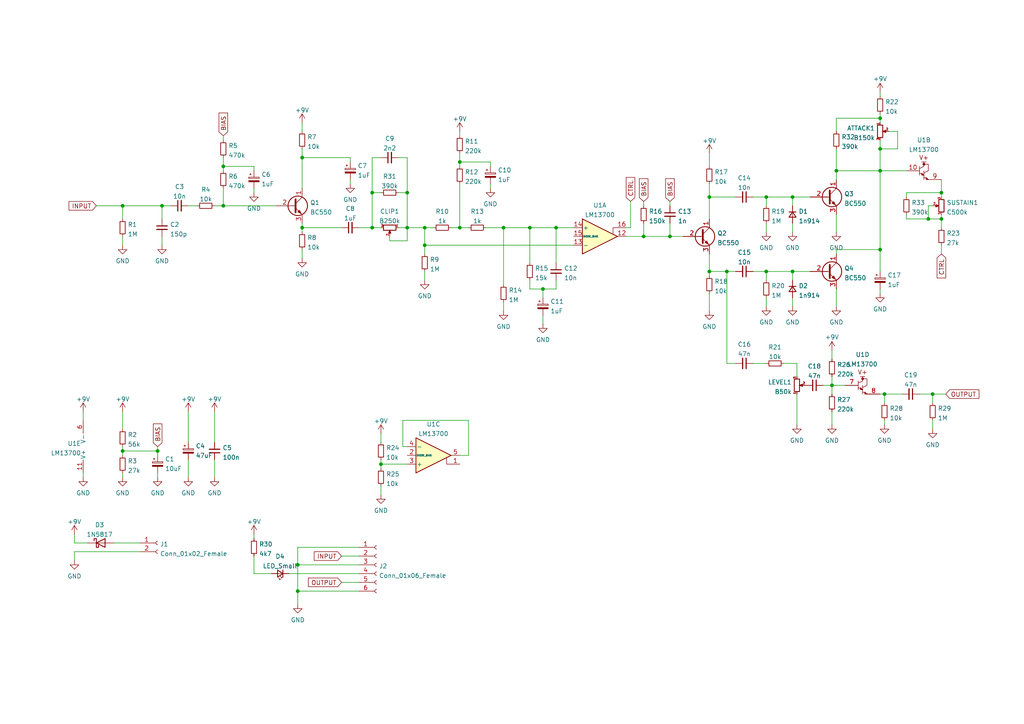
<source format=kicad_sch>
(kicad_sch (version 20211123) (generator eeschema)
  (paper "A4")
  (lib_symbols
    (symbol "Amplifier_Operational:LM13700" (pin_names (offset 0.127))
      (property "Reference" "U" (at 3.81 5.08 0))
      (property "Value" "LM13700" (at 5.08 -5.08 0))
      (symbol "LM13700_1_1"
        (polyline (pts (xy 3.81 -0.635) (xy 3.81 -2.54) (xy 5.08 -2.54)))
        (polyline (pts (xy 5.08 0) (xy -5.08 -5.08) (xy -5.08 5.08) (xy 5.08 0)) (stroke (width 0.254)) (fill (type background)))
        (pin output line (at 7.62 0 180) (length 2.54) (name "~") (number "12"))
        (pin input line (at -7.62 2.54 0) (length 2.54) (name "-") (number "13"))
        (pin input line (at -7.62 -2.54 0) (length 2.54) (name "+") (number "14"))
        (pin input line (at -7.62 0 0) (length 2.54) (name "DIODE_BIAS") (number "15"))
        (pin input line (at 7.62 -2.54 180) (length 2.54) (name "~") (number "16"))
      )
      (symbol "LM13700_2_0"
        (polyline (pts (xy -1.905 2.54) (xy -3.175 2.54)))
      )
      (symbol "LM13700_2_1"
        (circle (center -2.54 1.905) (radius 0.254) (stroke (width 0.254)) (fill (type outline)))
        (polyline (pts (xy -3.81 -0.635) (xy -2.54 -1.27)))
        (polyline (pts (xy -3.81 1.27) (xy -3.81 -1.27)))
        (polyline (pts (xy -2.54 -1.905) (xy -1.27 -2.54)))
        (polyline (pts (xy -2.54 0) (xy -2.54 -2.54)))
        (polyline (pts (xy -3.81 0.635) (xy -2.54 1.27) (xy -2.54 1.905) (xy -2.54 2.54)))
        (polyline (pts (xy -2.54 -1.27) (xy -3.175 -0.635) (xy -3.175 -1.27) (xy -2.54 -1.27)) (fill (type outline)))
        (polyline (pts (xy -2.54 -0.635) (xy -1.27 0) (xy -1.27 1.905) (xy -2.54 1.905)))
        (polyline (pts (xy -1.27 -2.54) (xy -1.905 -1.905) (xy -1.905 -2.54) (xy -1.27 -2.54)) (fill (type outline)))
        (text "V+" (at -2.54 3.81 0) (effects (font (size 1.27 1.27))))
        (pin input line (at -7.62 0 0) (length 3.81) (name "~") (number "10"))
        (pin output line (at 2.54 -2.54 180) (length 3.81) (name "~") (number "9"))
      )
      (symbol "LM13700_3_1"
        (polyline (pts (xy 3.81 -0.635) (xy 3.81 -2.54) (xy 5.08 -2.54)))
        (polyline (pts (xy 5.08 0) (xy -5.08 -5.08) (xy -5.08 5.08) (xy 5.08 0)) (stroke (width 0.254)) (fill (type background)))
        (pin input line (at 7.62 -2.54 180) (length 2.54) (name "~") (number "1"))
        (pin input line (at -7.62 0 0) (length 2.54) (name "DIODE_BIAS") (number "2"))
        (pin input line (at -7.62 -2.54 0) (length 2.54) (name "+") (number "3"))
        (pin input line (at -7.62 2.54 0) (length 2.54) (name "-") (number "4"))
        (pin output line (at 7.62 0 180) (length 2.54) (name "~") (number "5"))
      )
      (symbol "LM13700_4_0"
        (polyline (pts (xy -3.175 2.54) (xy -1.905 2.54)))
        (text "V+" (at -2.54 3.81 0) (effects (font (size 1.27 1.27))))
      )
      (symbol "LM13700_4_1"
        (circle (center -2.54 1.905) (radius 0.254) (stroke (width 0.254)) (fill (type outline)))
        (polyline (pts (xy -3.81 -0.635) (xy -2.54 -1.27)))
        (polyline (pts (xy -3.81 1.27) (xy -3.81 -1.27)))
        (polyline (pts (xy -2.54 -1.905) (xy -1.27 -2.54)))
        (polyline (pts (xy -2.54 0) (xy -2.54 -2.54)))
        (polyline (pts (xy -3.81 0.635) (xy -2.54 1.27) (xy -2.54 2.54)))
        (polyline (pts (xy -2.54 -1.27) (xy -3.175 -0.635) (xy -3.175 -1.27) (xy -2.54 -1.27)) (fill (type outline)))
        (polyline (pts (xy -2.54 -0.635) (xy -1.27 0) (xy -1.27 1.905) (xy -2.54 1.905)))
        (polyline (pts (xy -1.27 -2.54) (xy -1.905 -1.905) (xy -1.905 -2.54) (xy -1.27 -2.54)) (fill (type outline)))
        (pin input line (at -7.62 0 0) (length 3.81) (name "~") (number "7"))
        (pin output line (at 2.54 -2.54 180) (length 3.81) (name "~") (number "8"))
      )
      (symbol "LM13700_5_1"
        (pin power_in line (at -2.54 7.62 270) (length 3.81) (name "V+") (number "11"))
        (pin power_in line (at -2.54 -7.62 90) (length 3.81) (name "V-") (number "6"))
      )
    )
    (symbol "Connector:Conn_01x02_Female" (pin_names (offset 1.016) hide)
      (property "Reference" "J" (at 0 2.54 0))
      (property "Value" "Conn_01x02_Female" (at 0 -5.08 0))
      (symbol "Conn_01x02_Female_1_1"
        (arc (start 0 -2.032) (mid -0.508 -2.54) (end 0 -3.048) (stroke (width 0.1524)))
        (polyline (pts (xy -1.27 -2.54) (xy -0.508 -2.54)) (stroke (width 0.1524)))
        (polyline (pts (xy -1.27 0) (xy -0.508 0)) (stroke (width 0.1524)))
        (arc (start 0 0.508) (mid -0.508 0) (end 0 -0.508) (stroke (width 0.1524)))
        (pin passive line (at -5.08 0 0) (length 3.81) (name "Pin_1") (number "1"))
        (pin passive line (at -5.08 -2.54 0) (length 3.81) (name "Pin_2") (number "2"))
      )
    )
    (symbol "Connector:Conn_01x06_Female" (pin_names (offset 1.016) hide)
      (property "Reference" "J" (at 0 7.62 0))
      (property "Value" "Conn_01x06_Female" (at 0 -10.16 0))
      (symbol "Conn_01x06_Female_1_1"
        (arc (start 0 -7.112) (mid -0.508 -7.62) (end 0 -8.128) (stroke (width 0.1524)))
        (arc (start 0 -4.572) (mid -0.508 -5.08) (end 0 -5.588) (stroke (width 0.1524)))
        (arc (start 0 -2.032) (mid -0.508 -2.54) (end 0 -3.048) (stroke (width 0.1524)))
        (polyline (pts (xy -1.27 -7.62) (xy -0.508 -7.62)) (stroke (width 0.1524)))
        (polyline (pts (xy -1.27 -5.08) (xy -0.508 -5.08)) (stroke (width 0.1524)))
        (polyline (pts (xy -1.27 -2.54) (xy -0.508 -2.54)) (stroke (width 0.1524)))
        (polyline (pts (xy -1.27 0) (xy -0.508 0)) (stroke (width 0.1524)))
        (polyline (pts (xy -1.27 2.54) (xy -0.508 2.54)) (stroke (width 0.1524)))
        (polyline (pts (xy -1.27 5.08) (xy -0.508 5.08)) (stroke (width 0.1524)))
        (arc (start 0 0.508) (mid -0.508 0) (end 0 -0.508) (stroke (width 0.1524)))
        (arc (start 0 3.048) (mid -0.508 2.54) (end 0 2.032) (stroke (width 0.1524)))
        (arc (start 0 5.588) (mid -0.508 5.08) (end 0 4.572) (stroke (width 0.1524)))
        (pin passive line (at -5.08 5.08 0) (length 3.81) (name "Pin_1") (number "1"))
        (pin passive line (at -5.08 2.54 0) (length 3.81) (name "Pin_2") (number "2"))
        (pin passive line (at -5.08 0 0) (length 3.81) (name "Pin_3") (number "3"))
        (pin passive line (at -5.08 -2.54 0) (length 3.81) (name "Pin_4") (number "4"))
        (pin passive line (at -5.08 -5.08 0) (length 3.81) (name "Pin_5") (number "5"))
        (pin passive line (at -5.08 -7.62 0) (length 3.81) (name "Pin_6") (number "6"))
      )
    )
    (symbol "Device:CP_Small" (pin_numbers hide) (pin_names (offset 0.254) hide)
      (property "Reference" "C" (at 0.254 1.778 0))
      (property "Value" "CP_Small" (at 0.254 -2.032 0))
      (symbol "CP_Small_0_1"
        (rectangle (start -1.524 -0.3048) (end 1.524 -0.6858) (fill (type outline)))
        (rectangle (start -1.524 0.6858) (end 1.524 0.3048))
        (polyline (pts (xy -1.27 1.524) (xy -0.762 1.524)))
        (polyline (pts (xy -1.016 1.27) (xy -1.016 1.778)))
      )
      (symbol "CP_Small_1_1"
        (pin passive line (at 0 2.54 270) (length 1.8542) (name "~") (number "1"))
        (pin passive line (at 0 -2.54 90) (length 1.8542) (name "~") (number "2"))
      )
    )
    (symbol "Device:C_Small" (pin_numbers hide) (pin_names (offset 0.254) hide)
      (property "Reference" "C" (at 0.254 1.778 0))
      (property "Value" "C_Small" (at 0.254 -2.032 0))
      (symbol "C_Small_0_1"
        (polyline (pts (xy -1.524 -0.508) (xy 1.524 -0.508)) (stroke (width 0.3302)))
        (polyline (pts (xy -1.524 0.508) (xy 1.524 0.508)) (stroke (width 0.3048)))
      )
      (symbol "C_Small_1_1"
        (pin passive line (at 0 2.54 270) (length 2.032) (name "~") (number "1"))
        (pin passive line (at 0 -2.54 90) (length 2.032) (name "~") (number "2"))
      )
    )
    (symbol "Device:D_Small" (pin_numbers hide) (pin_names (offset 0.254) hide)
      (property "Reference" "D" (at -1.27 2.032 0))
      (property "Value" "D_Small" (at -3.81 -2.032 0))
      (symbol "D_Small_0_1"
        (polyline (pts (xy -0.762 -1.016) (xy -0.762 1.016)) (stroke (width 0.254)))
        (polyline (pts (xy -0.762 0) (xy 0.762 0)))
        (polyline (pts (xy 0.762 -1.016) (xy -0.762 0) (xy 0.762 1.016) (xy 0.762 -1.016)) (stroke (width 0.254)))
      )
      (symbol "D_Small_1_1"
        (pin passive line (at -2.54 0 0) (length 1.778) (name "K") (number "1"))
        (pin passive line (at 2.54 0 180) (length 1.778) (name "A") (number "2"))
      )
    )
    (symbol "Device:LED_Small" (pin_numbers hide) (pin_names (offset 0.254) hide)
      (property "Reference" "D" (at -1.27 3.175 0))
      (property "Value" "LED_Small" (at -4.445 -2.54 0))
      (symbol "LED_Small_0_1"
        (polyline (pts (xy -0.762 -1.016) (xy -0.762 1.016)) (stroke (width 0.254)))
        (polyline (pts (xy 1.016 0) (xy -0.762 0)))
        (polyline (pts (xy 0.762 -1.016) (xy -0.762 0) (xy 0.762 1.016) (xy 0.762 -1.016)) (stroke (width 0.254)))
        (polyline (pts (xy 0 0.762) (xy -0.508 1.27) (xy -0.254 1.27) (xy -0.508 1.27) (xy -0.508 1.016)))
        (polyline (pts (xy 0.508 1.27) (xy 0 1.778) (xy 0.254 1.778) (xy 0 1.778) (xy 0 1.524)))
      )
      (symbol "LED_Small_1_1"
        (pin passive line (at -2.54 0 0) (length 1.778) (name "K") (number "1"))
        (pin passive line (at 2.54 0 180) (length 1.778) (name "A") (number "2"))
      )
    )
    (symbol "Device:R_POT_Small" (pin_names (offset 1.016) hide)
      (property "Reference" "RV" (at -4.445 0 90))
      (property "Value" "R_POT_Small" (at -2.54 0 90))
      (symbol "R_POT_Small_0_1"
        (polyline (pts (xy 0.889 0) (xy 0.635 0) (xy 1.651 0.381) (xy 1.651 -0.381) (xy 0.635 0) (xy 0.889 0)) (fill (type outline)))
        (rectangle (start 0.762 1.8034) (end -0.762 -1.8034) (stroke (width 0.254)))
      )
      (symbol "R_POT_Small_1_1"
        (pin passive line (at 0 2.54 270) (length 0.635) (name "1") (number "1"))
        (pin passive line (at 2.54 0 180) (length 0.9906) (name "2") (number "2"))
        (pin passive line (at 0 -2.54 90) (length 0.635) (name "3") (number "3"))
      )
    )
    (symbol "Device:R_Small" (pin_numbers hide) (pin_names (offset 0.254) hide)
      (property "Reference" "R" (at 0.762 0.508 0))
      (property "Value" "R_Small" (at 0.762 -1.016 0))
      (symbol "R_Small_0_1"
        (rectangle (start -0.762 1.778) (end 0.762 -1.778) (stroke (width 0.2032)))
      )
      (symbol "R_Small_1_1"
        (pin passive line (at 0 2.54 270) (length 0.762) (name "~") (number "1"))
        (pin passive line (at 0 -2.54 90) (length 0.762) (name "~") (number "2"))
      )
    )
    (symbol "Diode:1N5817" (pin_numbers hide) (pin_names (offset 1.016) hide)
      (property "Reference" "D" (at 0 2.54 0))
      (property "Value" "1N5817" (at 0 -2.54 0))
      (symbol "1N5817_0_1"
        (polyline (pts (xy 1.27 0) (xy -1.27 0)))
        (polyline (pts (xy 1.27 1.27) (xy 1.27 -1.27) (xy -1.27 0) (xy 1.27 1.27)) (stroke (width 0.254)))
        (polyline (pts (xy -1.905 0.635) (xy -1.905 1.27) (xy -1.27 1.27) (xy -1.27 -1.27) (xy -0.635 -1.27) (xy -0.635 -0.635)) (stroke (width 0.254)))
      )
      (symbol "1N5817_1_1"
        (pin passive line (at -3.81 0 0) (length 2.54) (name "K") (number "1"))
        (pin passive line (at 3.81 0 180) (length 2.54) (name "A") (number "2"))
      )
    )
    (symbol "Transistor_BJT:BC550" (pin_names (offset 0) hide)
      (property "Reference" "Q" (at 5.08 1.905 0))
      (property "Value" "BC550" (at 5.08 0 0))
      (symbol "BC550_0_1"
        (polyline (pts (xy 0 0) (xy 0.635 0)))
        (polyline (pts (xy 0.635 0.635) (xy 2.54 2.54)))
        (polyline (pts (xy 0.635 -0.635) (xy 2.54 -2.54) (xy 2.54 -2.54)))
        (polyline (pts (xy 0.635 1.905) (xy 0.635 -1.905) (xy 0.635 -1.905)) (stroke (width 0.508)))
        (polyline (pts (xy 1.27 -1.778) (xy 1.778 -1.27) (xy 2.286 -2.286) (xy 1.27 -1.778) (xy 1.27 -1.778)) (fill (type outline)))
        (circle (center 1.27 0) (radius 2.8194) (stroke (width 0.254)))
      )
      (symbol "BC550_1_1"
        (pin passive line (at 2.54 5.08 270) (length 2.54) (name "C") (number "1"))
        (pin input line (at -5.08 0 0) (length 5.08) (name "B") (number "2"))
        (pin passive line (at 2.54 -5.08 90) (length 2.54) (name "E") (number "3"))
      )
    )
    (symbol "power:+9V" (power) (pin_names (offset 0))
      (property "Value" "+9V" (at 0 3.556 0))
      (symbol "+9V_0_1"
        (polyline (pts (xy -0.762 1.27) (xy 0 2.54)))
        (polyline (pts (xy 0 0) (xy 0 2.54)))
        (polyline (pts (xy 0 2.54) (xy 0.762 1.27)))
      )
      (symbol "+9V_1_1"
        (pin power_in line (at 0 0 90) (length 0) hide (name "+9V") (number "1"))
      )
    )
    (symbol "power:GND" (power) (pin_names (offset 0))
      (property "Value" "GND" (at 0 -3.81 0))
      (symbol "GND_0_1"
        (polyline (pts (xy 0 0) (xy 0 -1.27) (xy 1.27 -1.27) (xy 0 -2.54) (xy -1.27 -1.27) (xy 0 -1.27)))
      )
      (symbol "GND_1_1"
        (pin power_in line (at 0 0 270) (length 0) hide (name "GND") (number "1"))
      )
    )
  )
  (junction (at 210.82 78.74))
  (junction (at 64.77 59.69))
  (junction (at 255.27 34.29))
  (junction (at 229.87 78.74))
  (junction (at 123.19 66.04))
  (junction (at 269.24 63.5))
  (junction (at 35.56 130.81))
  (junction (at 256.54 114.3))
  (junction (at 255.27 49.53))
  (junction (at 86.36 163.83))
  (junction (at 157.48 83.82))
  (junction (at 186.69 68.58))
  (junction (at 86.36 171.45))
  (junction (at 222.25 57.15))
  (junction (at 241.3 111.76))
  (junction (at 107.95 66.04))
  (junction (at 133.35 66.04))
  (junction (at 46.99 59.69))
  (junction (at 118.11 66.04))
  (junction (at 110.49 134.62))
  (junction (at 242.57 49.53))
  (junction (at 194.31 68.58))
  (junction (at 64.77 48.26))
  (junction (at 87.63 45.72))
  (junction (at 255.27 72.39))
  (junction (at 35.56 59.69))
  (junction (at 153.67 66.04))
  (junction (at 255.27 43.18))
  (junction (at 87.63 66.04))
  (junction (at 107.95 55.88))
  (junction (at 118.11 55.88))
  (junction (at 273.05 63.5))
  (junction (at 133.35 46.99))
  (junction (at 161.29 66.04))
  (junction (at 205.74 78.74))
  (junction (at 146.05 66.04))
  (junction (at 123.19 71.12))
  (junction (at 205.74 57.15))
  (junction (at 273.05 55.88))
  (junction (at 222.25 78.74))
  (junction (at 270.51 114.3))
  (junction (at 45.72 130.81))
  (junction (at 229.87 57.15))
  (wire (pts (xy 186.69 58.42) (xy 186.69 59.69)))
  (wire (pts (xy 262.89 62.23) (xy 262.89 63.5)))
  (wire (pts (xy 73.66 166.37) (xy 78.74 166.37)))
  (wire (pts (xy 205.74 78.74) (xy 205.74 80.01)))
  (wire (pts (xy 157.48 83.82) (xy 157.48 86.36)))
  (wire (pts (xy 270.51 116.84) (xy 270.51 114.3)))
  (wire (pts (xy 35.56 59.69) (xy 46.99 59.69)))
  (wire (pts (xy 133.35 38.1) (xy 133.35 39.37)))
  (wire (pts (xy 21.59 162.56) (xy 21.59 160.02)))
  (wire (pts (xy 255.27 49.53) (xy 262.89 49.53)))
  (wire (pts (xy 142.24 46.99) (xy 133.35 46.99)))
  (wire (pts (xy 262.89 57.15) (xy 262.89 55.88)))
  (wire (pts (xy 255.27 83.82) (xy 255.27 85.09)))
  (wire (pts (xy 118.11 55.88) (xy 118.11 66.04)))
  (wire (pts (xy 35.56 68.58) (xy 35.56 71.12)))
  (wire (pts (xy 256.54 121.92) (xy 256.54 123.19)))
  (wire (pts (xy 87.63 66.04) (xy 87.63 67.31)))
  (wire (pts (xy 123.19 66.04) (xy 125.73 66.04)))
  (wire (pts (xy 241.3 119.38) (xy 241.3 123.19)))
  (wire (pts (xy 24.13 119.38) (xy 24.13 121.92)))
  (wire (pts (xy 210.82 78.74) (xy 213.36 78.74)))
  (wire (pts (xy 241.3 101.6) (xy 241.3 104.14)))
  (wire (pts (xy 242.57 72.39) (xy 255.27 72.39)))
  (wire (pts (xy 64.77 48.26) (xy 64.77 49.53)))
  (wire (pts (xy 153.67 83.82) (xy 153.67 81.28)))
  (wire (pts (xy 157.48 83.82) (xy 153.67 83.82)))
  (wire (pts (xy 194.31 58.42) (xy 194.31 59.69)))
  (wire (pts (xy 135.89 121.92) (xy 116.84 121.92)))
  (wire (pts (xy 87.63 72.39) (xy 87.63 74.93)))
  (wire (pts (xy 107.95 55.88) (xy 107.95 66.04)))
  (wire (pts (xy 222.25 78.74) (xy 222.25 81.28)))
  (wire (pts (xy 218.44 105.41) (xy 222.25 105.41)))
  (wire (pts (xy 73.66 49.53) (xy 73.66 48.26)))
  (wire (pts (xy 194.31 64.77) (xy 194.31 68.58)))
  (wire (pts (xy 255.27 114.3) (xy 256.54 114.3)))
  (wire (pts (xy 210.82 78.74) (xy 210.82 105.41)))
  (wire (pts (xy 24.13 137.16) (xy 24.13 138.43)))
  (wire (pts (xy 62.23 133.35) (xy 62.23 138.43)))
  (wire (pts (xy 153.67 66.04) (xy 153.67 76.2)))
  (wire (pts (xy 35.56 129.54) (xy 35.56 130.81)))
  (wire (pts (xy 229.87 57.15) (xy 234.95 57.15)))
  (wire (pts (xy 270.51 114.3) (xy 266.7 114.3)))
  (wire (pts (xy 270.51 114.3) (xy 274.32 114.3)))
  (wire (pts (xy 116.84 121.92) (xy 116.84 129.54)))
  (wire (pts (xy 86.36 171.45) (xy 104.14 171.45)))
  (wire (pts (xy 222.25 57.15) (xy 222.25 59.69)))
  (wire (pts (xy 130.81 66.04) (xy 133.35 66.04)))
  (wire (pts (xy 87.63 64.77) (xy 87.63 66.04)))
  (wire (pts (xy 35.56 119.38) (xy 35.56 124.46)))
  (wire (pts (xy 153.67 66.04) (xy 161.29 66.04)))
  (wire (pts (xy 161.29 81.28) (xy 161.29 83.82)))
  (wire (pts (xy 118.11 66.04) (xy 115.57 66.04)))
  (wire (pts (xy 113.03 68.58) (xy 113.03 69.85)))
  (wire (pts (xy 104.14 158.75) (xy 86.36 158.75)))
  (wire (pts (xy 73.66 54.61) (xy 73.66 55.88)))
  (wire (pts (xy 46.99 68.58) (xy 46.99 71.12)))
  (wire (pts (xy 229.87 86.36) (xy 229.87 88.9)))
  (wire (pts (xy 87.63 35.56) (xy 87.63 38.1)))
  (wire (pts (xy 64.77 59.69) (xy 80.01 59.69)))
  (wire (pts (xy 142.24 48.26) (xy 142.24 46.99)))
  (wire (pts (xy 45.72 129.54) (xy 45.72 130.81)))
  (wire (pts (xy 107.95 66.04) (xy 104.14 66.04)))
  (wire (pts (xy 123.19 78.74) (xy 123.19 81.28)))
  (wire (pts (xy 161.29 66.04) (xy 161.29 76.2)))
  (wire (pts (xy 273.05 52.07) (xy 273.05 55.88)))
  (wire (pts (xy 35.56 130.81) (xy 45.72 130.81)))
  (wire (pts (xy 273.05 63.5) (xy 273.05 66.04)))
  (wire (pts (xy 64.77 45.72) (xy 64.77 48.26)))
  (wire (pts (xy 262.89 63.5) (xy 269.24 63.5)))
  (wire (pts (xy 205.74 85.09) (xy 205.74 90.17)))
  (wire (pts (xy 45.72 137.16) (xy 45.72 138.43)))
  (wire (pts (xy 86.36 163.83) (xy 86.36 171.45)))
  (wire (pts (xy 21.59 157.48) (xy 25.4 157.48)))
  (wire (pts (xy 87.63 66.04) (xy 99.06 66.04)))
  (wire (pts (xy 255.27 26.67) (xy 255.27 27.94)))
  (wire (pts (xy 238.76 111.76) (xy 241.3 111.76)))
  (wire (pts (xy 269.24 59.69) (xy 269.24 63.5)))
  (wire (pts (xy 64.77 39.37) (xy 64.77 40.64)))
  (wire (pts (xy 133.35 66.04) (xy 135.89 66.04)))
  (wire (pts (xy 115.57 45.72) (xy 118.11 45.72)))
  (wire (pts (xy 222.25 64.77) (xy 222.25 67.31)))
  (wire (pts (xy 255.27 33.02) (xy 255.27 34.29)))
  (wire (pts (xy 107.95 66.04) (xy 110.49 66.04)))
  (wire (pts (xy 241.3 111.76) (xy 241.3 114.3)))
  (wire (pts (xy 262.89 55.88) (xy 273.05 55.88)))
  (wire (pts (xy 161.29 83.82) (xy 157.48 83.82)))
  (wire (pts (xy 205.74 44.45) (xy 205.74 48.26)))
  (wire (pts (xy 54.61 133.35) (xy 54.61 138.43)))
  (wire (pts (xy 83.82 166.37) (xy 104.14 166.37)))
  (wire (pts (xy 86.36 163.83) (xy 104.14 163.83)))
  (wire (pts (xy 222.25 78.74) (xy 229.87 78.74)))
  (wire (pts (xy 260.35 43.18) (xy 255.27 43.18)))
  (wire (pts (xy 64.77 59.69) (xy 62.23 59.69)))
  (wire (pts (xy 116.84 129.54) (xy 118.11 129.54)))
  (wire (pts (xy 110.49 134.62) (xy 110.49 135.89)))
  (wire (pts (xy 87.63 43.18) (xy 87.63 45.72)))
  (wire (pts (xy 118.11 66.04) (xy 123.19 66.04)))
  (wire (pts (xy 86.36 171.45) (xy 86.36 175.26)))
  (wire (pts (xy 257.81 38.1) (xy 260.35 38.1)))
  (wire (pts (xy 242.57 43.18) (xy 242.57 49.53)))
  (wire (pts (xy 101.6 52.07) (xy 101.6 53.34)))
  (wire (pts (xy 182.88 66.04) (xy 182.88 58.42)))
  (wire (pts (xy 123.19 71.12) (xy 123.19 73.66)))
  (wire (pts (xy 242.57 49.53) (xy 255.27 49.53)))
  (wire (pts (xy 101.6 46.99) (xy 101.6 45.72)))
  (wire (pts (xy 218.44 78.74) (xy 222.25 78.74)))
  (wire (pts (xy 146.05 66.04) (xy 153.67 66.04)))
  (wire (pts (xy 229.87 57.15) (xy 229.87 59.69)))
  (wire (pts (xy 54.61 119.38) (xy 54.61 128.27)))
  (wire (pts (xy 194.31 68.58) (xy 198.12 68.58)))
  (wire (pts (xy 186.69 68.58) (xy 181.61 68.58)))
  (wire (pts (xy 255.27 49.53) (xy 255.27 72.39)))
  (wire (pts (xy 242.57 34.29) (xy 242.57 38.1)))
  (wire (pts (xy 118.11 66.04) (xy 118.11 69.85)))
  (wire (pts (xy 242.57 62.23) (xy 242.57 67.31)))
  (wire (pts (xy 242.57 73.66) (xy 242.57 72.39)))
  (wire (pts (xy 218.44 57.15) (xy 222.25 57.15)))
  (wire (pts (xy 242.57 83.82) (xy 242.57 88.9)))
  (wire (pts (xy 133.35 46.99) (xy 133.35 48.26)))
  (wire (pts (xy 35.56 137.16) (xy 35.56 138.43)))
  (wire (pts (xy 123.19 71.12) (xy 166.37 71.12)))
  (wire (pts (xy 35.56 130.81) (xy 35.56 132.08)))
  (wire (pts (xy 273.05 71.12) (xy 273.05 73.66)))
  (wire (pts (xy 270.51 59.69) (xy 269.24 59.69)))
  (wire (pts (xy 186.69 64.77) (xy 186.69 68.58)))
  (wire (pts (xy 260.35 38.1) (xy 260.35 43.18)))
  (wire (pts (xy 229.87 64.77) (xy 229.87 67.31)))
  (wire (pts (xy 54.61 59.69) (xy 57.15 59.69)))
  (wire (pts (xy 210.82 105.41) (xy 213.36 105.41)))
  (wire (pts (xy 255.27 43.18) (xy 255.27 40.64)))
  (wire (pts (xy 110.49 125.73) (xy 110.49 128.27)))
  (wire (pts (xy 99.06 168.91) (xy 104.14 168.91)))
  (wire (pts (xy 133.35 53.34) (xy 133.35 66.04)))
  (wire (pts (xy 146.05 66.04) (xy 146.05 82.55)))
  (wire (pts (xy 161.29 66.04) (xy 166.37 66.04)))
  (wire (pts (xy 110.49 140.97) (xy 110.49 143.51)))
  (wire (pts (xy 255.27 34.29) (xy 255.27 35.56)))
  (wire (pts (xy 227.33 105.41) (xy 231.14 105.41)))
  (wire (pts (xy 133.35 44.45) (xy 133.35 46.99)))
  (wire (pts (xy 222.25 57.15) (xy 229.87 57.15)))
  (wire (pts (xy 157.48 91.44) (xy 157.48 93.98)))
  (wire (pts (xy 229.87 78.74) (xy 234.95 78.74)))
  (wire (pts (xy 33.02 157.48) (xy 40.64 157.48)))
  (wire (pts (xy 231.14 105.41) (xy 231.14 109.22)))
  (wire (pts (xy 73.66 154.94) (xy 73.66 156.21)))
  (wire (pts (xy 241.3 111.76) (xy 245.11 111.76)))
  (wire (pts (xy 110.49 133.35) (xy 110.49 134.62)))
  (wire (pts (xy 45.72 130.81) (xy 45.72 132.08)))
  (wire (pts (xy 21.59 160.02) (xy 40.64 160.02)))
  (wire (pts (xy 255.27 34.29) (xy 242.57 34.29)))
  (wire (pts (xy 46.99 59.69) (xy 46.99 63.5)))
  (wire (pts (xy 86.36 158.75) (xy 86.36 163.83)))
  (wire (pts (xy 222.25 86.36) (xy 222.25 88.9)))
  (wire (pts (xy 107.95 55.88) (xy 110.49 55.88)))
  (wire (pts (xy 27.94 59.69) (xy 35.56 59.69)))
  (wire (pts (xy 241.3 109.22) (xy 241.3 111.76)))
  (wire (pts (xy 87.63 45.72) (xy 87.63 54.61)))
  (wire (pts (xy 273.05 55.88) (xy 273.05 57.15)))
  (wire (pts (xy 99.06 161.29) (xy 104.14 161.29)))
  (wire (pts (xy 115.57 55.88) (xy 118.11 55.88)))
  (wire (pts (xy 269.24 63.5) (xy 273.05 63.5)))
  (wire (pts (xy 194.31 68.58) (xy 186.69 68.58)))
  (wire (pts (xy 205.74 73.66) (xy 205.74 78.74)))
  (wire (pts (xy 113.03 69.85) (xy 118.11 69.85)))
  (wire (pts (xy 123.19 66.04) (xy 123.19 71.12)))
  (wire (pts (xy 73.66 48.26) (xy 64.77 48.26)))
  (wire (pts (xy 135.89 132.08) (xy 135.89 121.92)))
  (wire (pts (xy 46.99 59.69) (xy 49.53 59.69)))
  (wire (pts (xy 256.54 114.3) (xy 261.62 114.3)))
  (wire (pts (xy 273.05 63.5) (xy 273.05 62.23)))
  (wire (pts (xy 133.35 132.08) (xy 135.89 132.08)))
  (wire (pts (xy 107.95 45.72) (xy 107.95 55.88)))
  (wire (pts (xy 255.27 72.39) (xy 255.27 78.74)))
  (wire (pts (xy 118.11 134.62) (xy 110.49 134.62)))
  (wire (pts (xy 256.54 114.3) (xy 256.54 116.84)))
  (wire (pts (xy 242.57 52.07) (xy 242.57 49.53)))
  (wire (pts (xy 205.74 53.34) (xy 205.74 57.15)))
  (wire (pts (xy 110.49 45.72) (xy 107.95 45.72)))
  (wire (pts (xy 205.74 78.74) (xy 210.82 78.74)))
  (wire (pts (xy 142.24 53.34) (xy 142.24 54.61)))
  (wire (pts (xy 205.74 57.15) (xy 205.74 63.5)))
  (wire (pts (xy 140.97 66.04) (xy 146.05 66.04)))
  (wire (pts (xy 255.27 43.18) (xy 255.27 49.53)))
  (wire (pts (xy 146.05 87.63) (xy 146.05 90.17)))
  (wire (pts (xy 270.51 121.92) (xy 270.51 124.46)))
  (wire (pts (xy 73.66 161.29) (xy 73.66 166.37)))
  (wire (pts (xy 62.23 119.38) (xy 62.23 128.27)))
  (wire (pts (xy 229.87 78.74) (xy 229.87 81.28)))
  (wire (pts (xy 87.63 45.72) (xy 101.6 45.72)))
  (wire (pts (xy 64.77 54.61) (xy 64.77 59.69)))
  (wire (pts (xy 21.59 154.94) (xy 21.59 157.48)))
  (wire (pts (xy 231.14 114.3) (xy 231.14 123.19)))
  (wire (pts (xy 118.11 45.72) (xy 118.11 55.88)))
  (wire (pts (xy 181.61 66.04) (xy 182.88 66.04)))
  (wire (pts (xy 35.56 59.69) (xy 35.56 63.5)))
  (wire (pts (xy 205.74 57.15) (xy 213.36 57.15)))
  (global_label "INPUT" (shape input) (at 99.06 161.29 180) (property "Intersheet References" "${INTERSHEET_REFS}" (effects hide)))
  (global_label "INPUT" (shape input) (at 27.94 59.69 180) (property "Intersheet References" "${INTERSHEET_REFS}" (effects hide)))
  (global_label "OUTPUT" (shape input) (at 99.06 168.91 180) (property "Intersheet References" "${INTERSHEET_REFS}" (effects hide)))
  (global_label "BIAS" (shape input) (at 186.69 58.42 90) (property "Intersheet References" "${INTERSHEET_REFS}" (effects hide)))
  (global_label "BIAS" (shape input) (at 45.72 129.54 90) (property "Intersheet References" "${INTERSHEET_REFS}" (effects hide)))
  (global_label "OUTPUT" (shape input) (at 274.32 114.3 0) (property "Intersheet References" "${INTERSHEET_REFS}" (effects hide)))
  (global_label "CTRL" (shape input) (at 273.05 73.66 270) (property "Intersheet References" "${INTERSHEET_REFS}" (effects hide)))
  (global_label "BIAS" (shape input) (at 194.31 58.42 90) (property "Intersheet References" "${INTERSHEET_REFS}" (effects hide)))
  (global_label "BIAS" (shape input) (at 64.77 39.37 90) (property "Intersheet References" "${INTERSHEET_REFS}" (effects hide)))
  (global_label "CTRL" (shape input) (at 182.88 58.42 90) (property "Intersheet References" "${INTERSHEET_REFS}" (effects hide)))
  (symbol (lib_id "Device:C_Small") (at 194.31 62.23 0) (unit 1)
    (property "Reference" "C13" (at 196.6341 61.3278 0) (effects (justify left)))
    (property "Value" "1n" (at 196.6341 64.1029 0) (effects (justify left)))
    (property "Footprint" "HomeEtching:C_Rect_L7.0mm_W2.5mm_P5.00mm" (effects hide))
  )
  (symbol (lib_id "power:GND") (at 54.61 138.43 0) (unit 1)
    (property "Reference" "#PWR09" (effects hide))
    (property "Value" "GND" (at 54.61 142.9925 0))
  )
  (symbol (lib_id "Device:R_POT_Small") (at 231.14 111.76 0) (mirror x) (unit 1)
    (property "Reference" "LEVEL1" (at 229.6161 110.8515 0) (effects (justify right)))
    (property "Value" "B50k" (at 229.6161 113.6266 0) (effects (justify right)))
    (property "Footprint" "HomeEtching:RV16AF-41" (effects hide))
  )
  (symbol (lib_id "Device:C_Small") (at 46.99 66.04 0) (unit 1)
    (property "Reference" "C2" (at 49.3141 65.1378 0) (effects (justify left)))
    (property "Value" "150p" (at 49.3141 67.9129 0) (effects (justify left)))
    (property "Footprint" "HomeEtching:C_Rect_L7.0mm_W2.5mm_P5.00mm" (effects hide))
  )
  (symbol (lib_id "Device:R_Small") (at 35.56 66.04 180) (unit 1)
    (property "Reference" "R1" (at 37.0586 65.1315 0) (effects (justify right)))
    (property "Value" "1M" (at 37.0586 67.9066 0) (effects (justify right)))
    (property "Footprint" "HomeEtching:R_Axial_DIN0207_L6.3mm_D2.5mm_P7.62mm_Horizontal" (effects hide))
  )
  (symbol (lib_id "Device:CP_Small") (at 255.27 81.28 0) (unit 1)
    (property "Reference" "C17" (at 257.429 79.8254 0) (effects (justify left)))
    (property "Value" "1uF" (at 257.429 82.6005 0) (effects (justify left)))
    (property "Footprint" "HomeEtching:CP_Radial_D5.0mm_P2.50mm" (effects hide))
  )
  (symbol (lib_id "Device:R_Small") (at 256.54 119.38 0) (unit 1)
    (property "Reference" "R28" (at 258.0386 118.4715 0) (effects (justify left)))
    (property "Value" "10k" (at 258.0386 121.2466 0) (effects (justify left)))
    (property "Footprint" "HomeEtching:R_Axial_DIN0207_L6.3mm_D2.5mm_P7.62mm_Horizontal" (effects hide))
  )
  (symbol (lib_id "power:+9V") (at 35.56 119.38 0) (unit 1)
    (property "Reference" "#PWR04" (effects hide))
    (property "Value" "+9V" (at 35.56 115.7755 0))
  )
  (symbol (lib_id "power:GND") (at 110.49 143.51 0) (unit 1)
    (property "Reference" "#PWR034" (effects hide))
    (property "Value" "GND" (at 110.49 148.0725 0))
  )
  (symbol (lib_id "power:GND") (at 242.57 88.9 0) (unit 1)
    (property "Reference" "#PWR029" (effects hide))
    (property "Value" "GND" (at 242.57 93.4625 0))
  )
  (symbol (lib_id "Device:R_Small") (at 241.3 116.84 180) (unit 1)
    (property "Reference" "R27" (at 242.7986 115.9315 0) (effects (justify right)))
    (property "Value" "220k" (at 242.7986 118.7066 0) (effects (justify right)))
    (property "Footprint" "HomeEtching:R_Axial_DIN0207_L6.3mm_D2.5mm_P7.62mm_Horizontal" (effects hide))
  )
  (symbol (lib_id "Device:C_Small") (at 62.23 130.81 180) (unit 1)
    (property "Reference" "C5" (at 64.5541 129.8951 0) (effects (justify right)))
    (property "Value" "100n" (at 64.5541 132.6702 0) (effects (justify right)))
    (property "Footprint" "HomeEtching:C_Rect_L7.0mm_W2.5mm_P5.00mm" (effects hide))
  )
  (symbol (lib_id "power:GND") (at 255.27 85.09 0) (unit 1)
    (property "Reference" "#PWR031" (effects hide))
    (property "Value" "GND" (at 255.27 89.6525 0))
  )
  (symbol (lib_id "Device:C_Small") (at 264.16 114.3 270) (unit 1)
    (property "Reference" "C19" (at 264.1536 108.7714 90))
    (property "Value" "47n" (at 264.1536 111.5465 90))
    (property "Footprint" "HomeEtching:C_Rect_L7.0mm_W2.5mm_P5.00mm" (effects hide))
  )
  (symbol (lib_id "Device:R_Small") (at 133.35 50.8 180) (unit 1)
    (property "Reference" "R12" (at 134.8486 49.8915 0) (effects (justify right)))
    (property "Value" "220k" (at 134.8486 52.6666 0) (effects (justify right)))
    (property "Footprint" "HomeEtching:R_Axial_DIN0207_L6.3mm_D2.5mm_P7.62mm_Horizontal" (effects hide))
  )
  (symbol (lib_id "Device:C_Small") (at 101.6 66.04 90) (unit 1)
    (property "Reference" "C8" (at 101.6063 60.5114 90))
    (property "Value" "1uF" (at 101.6063 63.2865 90))
    (property "Footprint" "HomeEtching:C_Rect_L7.0mm_W2.5mm_P5.00mm" (effects hide))
  )
  (symbol (lib_id "Device:R_Small") (at 224.79 105.41 90) (unit 1)
    (property "Reference" "R21" (at 224.79 100.7069 90))
    (property "Value" "10k" (at 224.79 103.482 90))
    (property "Footprint" "HomeEtching:R_Axial_DIN0207_L6.3mm_D2.5mm_P7.62mm_Horizontal" (effects hide))
  )
  (symbol (lib_id "Device:C_Small") (at 161.29 78.74 0) (unit 1)
    (property "Reference" "C12" (at 163.6141 77.8378 0) (effects (justify left)))
    (property "Value" "10n" (at 163.6141 80.6129 0) (effects (justify left)))
    (property "Footprint" "HomeEtching:C_Rect_L7.0mm_W2.5mm_P5.00mm" (effects hide))
  )
  (symbol (lib_id "power:+9V") (at 54.61 119.38 0) (unit 1)
    (property "Reference" "#PWR08" (effects hide))
    (property "Value" "+9V" (at 54.61 115.7755 0))
  )
  (symbol (lib_id "power:GND") (at 35.56 71.12 0) (unit 1)
    (property "Reference" "#PWR03" (effects hide))
    (property "Value" "GND" (at 35.56 75.6825 0))
  )
  (symbol (lib_id "power:+9V") (at 110.49 125.73 0) (unit 1)
    (property "Reference" "#PWR033" (effects hide))
    (property "Value" "+9V" (at 110.49 122.1255 0))
  )
  (symbol (lib_id "Device:R_Small") (at 242.57 40.64 0) (unit 1)
    (property "Reference" "R32" (at 244.0686 39.7315 0) (effects (justify left)))
    (property "Value" "390k" (at 244.0686 42.5066 0) (effects (justify left)))
    (property "Footprint" "HomeEtching:R_Axial_DIN0207_L6.3mm_D2.5mm_P7.62mm_Horizontal" (effects hide))
  )
  (symbol (lib_id "power:GND") (at 35.56 138.43 0) (unit 1)
    (property "Reference" "#PWR05" (effects hide))
    (property "Value" "GND" (at 35.56 142.9925 0))
  )
  (symbol (lib_id "power:GND") (at 229.87 88.9 0) (unit 1)
    (property "Reference" "#PWR026" (effects hide))
    (property "Value" "GND" (at 229.87 93.4625 0))
  )
  (symbol (lib_id "Device:CP_Small") (at 45.72 134.62 0) (unit 1)
    (property "Reference" "C1" (at 47.879 133.1654 0) (effects (justify left)))
    (property "Value" "10uF" (at 47.879 135.9405 0) (effects (justify left)))
    (property "Footprint" "HomeEtching:CP_Radial_D5.0mm_P2.50mm" (effects hide))
  )
  (symbol (lib_id "power:GND") (at 270.51 124.46 0) (unit 1)
    (property "Reference" "#PWR037" (effects hide))
    (property "Value" "GND" (at 270.51 129.0225 0))
  )
  (symbol (lib_id "Device:R_Small") (at 110.49 138.43 0) (unit 1)
    (property "Reference" "R25" (at 111.9886 137.5215 0) (effects (justify left)))
    (property "Value" "10k" (at 111.9886 140.2966 0) (effects (justify left)))
    (property "Footprint" "HomeEtching:R_Axial_DIN0207_L6.3mm_D2.5mm_P7.62mm_Horizontal" (effects hide))
  )
  (symbol (lib_id "Device:R_Small") (at 113.03 55.88 270) (unit 1)
    (property "Reference" "R31" (at 113.03 51.1769 90))
    (property "Value" "390k" (at 113.03 53.952 90))
    (property "Footprint" "HomeEtching:R_Axial_DIN0207_L6.3mm_D2.5mm_P7.62mm_Horizontal" (effects hide))
  )
  (symbol (lib_id "power:+9V") (at 87.63 35.56 0) (unit 1)
    (property "Reference" "#PWR013" (effects hide))
    (property "Value" "+9V" (at 87.63 31.9555 0))
  )
  (symbol (lib_id "Device:R_Small") (at 273.05 68.58 0) (unit 1)
    (property "Reference" "R23" (at 274.5486 67.6715 0) (effects (justify left)))
    (property "Value" "27k" (at 274.5486 70.4466 0) (effects (justify left)))
    (property "Footprint" "HomeEtching:R_Axial_DIN0207_L6.3mm_D2.5mm_P7.62mm_Horizontal" (effects hide))
  )
  (symbol (lib_id "power:+9V") (at 255.27 26.67 0) (unit 1)
    (property "Reference" "#PWR030" (effects hide))
    (property "Value" "+9V" (at 255.27 22.86 0))
  )
  (symbol (lib_id "power:+9V") (at 73.66 154.94 0) (unit 1)
    (property "Reference" "#PWR040" (effects hide))
    (property "Value" "+9V" (at 73.66 151.3355 0))
  )
  (symbol (lib_id "Device:D_Small") (at 229.87 62.23 270) (unit 1)
    (property "Reference" "D1" (at 231.648 61.3215 90) (effects (justify left)))
    (property "Value" "1n914" (at 231.648 64.0966 90) (effects (justify left)))
    (property "Footprint" "HomeEtching:D_DO-35_SOD27_P7.62mm_Horizontal" (effects hide))
  )
  (symbol (lib_id "Transistor_BJT:BC550") (at 240.03 78.74 0) (unit 1)
    (property "Reference" "Q4" (at 244.8814 77.8315 0) (effects (justify left)))
    (property "Value" "BC550" (at 244.8814 80.6066 0) (effects (justify left)))
    (property "Footprint" "HomeEtching:TO-92_Inline_Wide" (effects hide))
    (property "Datasheet" "https://www.onsemi.com/pub/Collateral/BC550-D.pdf" (effects hide))
  )
  (symbol (lib_id "Device:D_Small") (at 229.87 83.82 270) (unit 1)
    (property "Reference" "D2" (at 231.648 82.9115 90) (effects (justify left)))
    (property "Value" "1n914" (at 231.648 85.6866 90) (effects (justify left)))
    (property "Footprint" "HomeEtching:D_DO-35_SOD27_P7.62mm_Horizontal" (effects hide))
  )
  (symbol (lib_id "Device:CP_Small") (at 142.24 50.8 0) (unit 1)
    (property "Reference" "C10" (at 144.399 49.3454 0) (effects (justify left)))
    (property "Value" "1uF" (at 144.399 52.1205 0) (effects (justify left)))
    (property "Footprint" "HomeEtching:CP_Radial_D5.0mm_P2.50mm" (effects hide))
  )
  (symbol (lib_id "power:GND") (at 222.25 67.31 0) (unit 1)
    (property "Reference" "#PWR023" (effects hide))
    (property "Value" "GND" (at 222.25 71.8725 0))
  )
  (symbol (lib_id "Device:R_Small") (at 222.25 83.82 180) (unit 1)
    (property "Reference" "R20" (at 223.7486 82.9115 0) (effects (justify right)))
    (property "Value" "1M" (at 223.7486 85.6866 0) (effects (justify right)))
    (property "Footprint" "HomeEtching:R_Axial_DIN0207_L6.3mm_D2.5mm_P7.62mm_Horizontal" (effects hide))
  )
  (symbol (lib_id "power:GND") (at 229.87 67.31 0) (unit 1)
    (property "Reference" "#PWR025" (effects hide))
    (property "Value" "GND" (at 229.87 71.8725 0))
  )
  (symbol (lib_id "power:GND") (at 24.13 138.43 0) (unit 1)
    (property "Reference" "#PWR02" (effects hide))
    (property "Value" "GND" (at 24.13 142.9925 0))
  )
  (symbol (lib_id "Device:R_Small") (at 262.89 59.69 0) (unit 1)
    (property "Reference" "R33" (at 264.3886 58.7815 0) (effects (justify left)))
    (property "Value" "390k" (at 264.3886 61.5566 0) (effects (justify left)))
    (property "Footprint" "HomeEtching:R_Axial_DIN0207_L6.3mm_D2.5mm_P7.62mm_Horizontal" (effects hide))
  )
  (symbol (lib_id "power:GND") (at 142.24 54.61 0) (unit 1)
    (property "Reference" "#PWR018" (effects hide))
    (property "Value" "GND" (at 142.24 59.1725 0))
  )
  (symbol (lib_id "Device:R_POT_Small") (at 273.05 59.69 180) (unit 1)
    (property "Reference" "SUSTAIN1" (at 274.574 58.7815 0) (effects (justify right)))
    (property "Value" "C500k" (at 274.574 61.5566 0) (effects (justify right)))
    (property "Footprint" "HomeEtching:RV16AF-41" (effects hide))
  )
  (symbol (lib_id "power:GND") (at 45.72 138.43 0) (unit 1)
    (property "Reference" "#PWR06" (effects hide))
    (property "Value" "GND" (at 45.72 142.9925 0))
  )
  (symbol (lib_id "Device:R_Small") (at 138.43 66.04 270) (unit 1)
    (property "Reference" "R13" (at 138.43 61.3369 90))
    (property "Value" "1k" (at 138.43 64.112 90))
    (property "Footprint" "HomeEtching:R_Axial_DIN0207_L6.3mm_D2.5mm_P7.62mm_Horizontal" (effects hide))
  )
  (symbol (lib_id "power:+9V") (at 21.59 154.94 0) (unit 1)
    (property "Reference" "#PWR038" (effects hide))
    (property "Value" "+9V" (at 21.59 151.3355 0))
  )
  (symbol (lib_id "Connector:Conn_01x06_Female") (at 109.22 163.83 0) (unit 1)
    (property "Reference" "J2" (at 109.9312 164.1915 0) (effects (justify left)))
    (property "Value" "Conn_01x06_Female" (at 109.9312 166.9666 0) (effects (justify left)))
    (property "Footprint" "Connector_Wire:SolderWire-0.1sqmm_1x06_P3.6mm_D0.4mm_OD1mm" (effects hide))
  )
  (symbol (lib_id "Amplifier_Operational:LM13700") (at 252.73 111.76 0) (unit 4)
    (property "Reference" "U1" (at 250.19 102.8499 0))
    (property "Value" "LM13700" (at 250.19 105.625 0))
    (property "Footprint" "Package_DIP:DIP-16_W7.62mm_Socket_LongPads" (effects hide))
    (property "Datasheet" "http://www.ti.com/lit/ds/symlink/lm13700.pdf" (effects hide))
  )
  (symbol (lib_id "power:GND") (at 86.36 175.26 0) (unit 1)
    (property "Reference" "#PWR041" (effects hide))
    (property "Value" "GND" (at 86.36 179.8225 0))
  )
  (symbol (lib_id "Device:C_Small") (at 236.22 111.76 270) (unit 1)
    (property "Reference" "C18" (at 236.2136 106.2314 90))
    (property "Value" "47n" (at 236.2136 109.0065 90))
    (property "Footprint" "HomeEtching:C_Rect_L7.0mm_W2.5mm_P5.00mm" (effects hide))
  )
  (symbol (lib_id "Device:C_Small") (at 215.9 105.41 270) (unit 1)
    (property "Reference" "C16" (at 215.8936 99.8814 90))
    (property "Value" "47n" (at 215.8936 102.6565 90))
    (property "Footprint" "HomeEtching:C_Rect_L7.0mm_W2.5mm_P5.00mm" (effects hide))
  )
  (symbol (lib_id "Amplifier_Operational:LM13700") (at 270.51 49.53 0) (unit 2)
    (property "Reference" "U1" (at 267.97 40.6199 0))
    (property "Value" "LM13700" (at 267.97 43.395 0))
    (property "Footprint" "Package_DIP:DIP-16_W7.62mm_Socket_LongPads" (effects hide))
    (property "Datasheet" "http://www.ti.com/lit/ds/symlink/lm13700.pdf" (effects hide))
  )
  (symbol (lib_id "Device:CP_Small") (at 157.48 88.9 0) (unit 1)
    (property "Reference" "C11" (at 159.639 87.4454 0) (effects (justify left)))
    (property "Value" "1uF" (at 159.639 90.2205 0) (effects (justify left)))
    (property "Footprint" "HomeEtching:CP_Radial_D5.0mm_P2.50mm" (effects hide))
  )
  (symbol (lib_id "power:+9V") (at 241.3 101.6 0) (unit 1)
    (property "Reference" "#PWR032" (effects hide))
    (property "Value" "+9V" (at 241.3 97.79 0))
  )
  (symbol (lib_id "Device:R_Small") (at 146.05 85.09 180) (unit 1)
    (property "Reference" "R14" (at 147.5486 84.1815 0) (effects (justify right)))
    (property "Value" "1M" (at 147.5486 86.9566 0) (effects (justify right)))
    (property "Footprint" "HomeEtching:R_Axial_DIN0207_L6.3mm_D2.5mm_P7.62mm_Horizontal" (effects hide))
  )
  (symbol (lib_id "Device:CP_Small") (at 101.6 49.53 0) (unit 1)
    (property "Reference" "C7" (at 103.759 48.0754 0) (effects (justify left)))
    (property "Value" "1uF" (at 103.759 50.8505 0) (effects (justify left)))
    (property "Footprint" "HomeEtching:CP_Radial_D5.0mm_P2.50mm" (effects hide))
  )
  (symbol (lib_id "power:GND") (at 222.25 88.9 0) (unit 1)
    (property "Reference" "#PWR024" (effects hide))
    (property "Value" "GND" (at 222.25 93.4625 0))
  )
  (symbol (lib_id "Device:LED_Small") (at 81.28 166.37 180) (unit 1)
    (property "Reference" "D4" (at 81.2165 161.3875 0))
    (property "Value" "LED_Small" (at 81.2165 164.1626 0))
    (property "Footprint" "HomeEtching:LED_D3.0mm" (effects hide))
  )
  (symbol (lib_id "Device:C_Small") (at 113.03 45.72 90) (unit 1)
    (property "Reference" "C9" (at 113.0363 40.1914 90))
    (property "Value" "2n2" (at 113.0363 42.9665 90))
    (property "Footprint" "HomeEtching:C_Rect_L7.0mm_W2.5mm_P5.00mm" (effects hide))
  )
  (symbol (lib_id "Device:R_Small") (at 255.27 30.48 0) (unit 1)
    (property "Reference" "R22" (at 256.7686 29.5715 0) (effects (justify left)))
    (property "Value" "10k" (at 256.7686 32.3466 0) (effects (justify left)))
    (property "Footprint" "HomeEtching:R_Axial_DIN0207_L6.3mm_D2.5mm_P7.62mm_Horizontal" (effects hide))
  )
  (symbol (lib_id "Device:R_Small") (at 133.35 41.91 180) (unit 1)
    (property "Reference" "R11" (at 134.8486 41.0015 0) (effects (justify right)))
    (property "Value" "220k" (at 134.8486 43.7766 0) (effects (justify right)))
    (property "Footprint" "HomeEtching:R_Axial_DIN0207_L6.3mm_D2.5mm_P7.62mm_Horizontal" (effects hide))
  )
  (symbol (lib_id "power:GND") (at 73.66 55.88 0) (unit 1)
    (property "Reference" "#PWR012" (effects hide))
    (property "Value" "GND" (at 73.66 60.4425 0))
  )
  (symbol (lib_id "Amplifier_Operational:LM13700") (at 173.99 68.58 0) (mirror x) (unit 1)
    (property "Reference" "U1" (at 173.99 59.5335 0))
    (property "Value" "LM13700" (at 173.99 62.3086 0))
    (property "Footprint" "Package_DIP:DIP-16_W7.62mm_Socket_LongPads" (effects hide))
    (property "Datasheet" "http://www.ti.com/lit/ds/symlink/lm13700.pdf" (effects hide))
  )
  (symbol (lib_id "Device:CP_Small") (at 73.66 52.07 0) (unit 1)
    (property "Reference" "C6" (at 75.819 50.6154 0) (effects (justify left)))
    (property "Value" "1uF" (at 75.819 53.3905 0) (effects (justify left)))
    (property "Footprint" "HomeEtching:CP_Radial_D5.0mm_P2.50mm" (effects hide))
  )
  (symbol (lib_id "Device:R_Small") (at 222.25 62.23 180) (unit 1)
    (property "Reference" "R19" (at 223.7486 61.3215 0) (effects (justify right)))
    (property "Value" "1M" (at 223.7486 64.0966 0) (effects (justify right)))
    (property "Footprint" "HomeEtching:R_Axial_DIN0207_L6.3mm_D2.5mm_P7.62mm_Horizontal" (effects hide))
  )
  (symbol (lib_id "power:+9V") (at 133.35 38.1 0) (unit 1)
    (property "Reference" "#PWR017" (effects hide))
    (property "Value" "+9V" (at 133.35 34.4955 0))
  )
  (symbol (lib_id "power:+9V") (at 205.74 44.45 0) (unit 1)
    (property "Reference" "#PWR021" (effects hide))
    (property "Value" "+9V" (at 205.74 40.8455 0))
  )
  (symbol (lib_id "Device:R_Small") (at 110.49 130.81 0) (unit 1)
    (property "Reference" "R24" (at 111.9886 129.9015 0) (effects (justify left)))
    (property "Value" "10k" (at 111.9886 132.6766 0) (effects (justify left)))
    (property "Footprint" "HomeEtching:R_Axial_DIN0207_L6.3mm_D2.5mm_P7.62mm_Horizontal" (effects hide))
  )
  (symbol (lib_id "Device:R_Small") (at 73.66 158.75 0) (unit 1)
    (property "Reference" "R30" (at 75.1586 157.8415 0) (effects (justify left)))
    (property "Value" "4k7" (at 75.1586 160.6166 0) (effects (justify left)))
    (property "Footprint" "HomeEtching:R_Axial_DIN0207_L6.3mm_D2.5mm_P7.62mm_Horizontal" (effects hide))
  )
  (symbol (lib_id "Transistor_BJT:BC550") (at 203.2 68.58 0) (unit 1)
    (property "Reference" "Q2" (at 208.0514 67.6715 0) (effects (justify left)))
    (property "Value" "BC550" (at 208.0514 70.4466 0) (effects (justify left)))
    (property "Footprint" "HomeEtching:TO-92_Inline_Wide" (effects hide))
    (property "Datasheet" "https://www.onsemi.com/pub/Collateral/BC550-D.pdf" (effects hide))
  )
  (symbol (lib_id "power:+9V") (at 24.13 119.38 0) (unit 1)
    (property "Reference" "#PWR01" (effects hide))
    (property "Value" "+9V" (at 24.13 115.7755 0))
  )
  (symbol (lib_id "Device:R_Small") (at 87.63 40.64 0) (unit 1)
    (property "Reference" "R7" (at 89.1286 39.7315 0) (effects (justify left)))
    (property "Value" "10k" (at 89.1286 42.5066 0) (effects (justify left)))
    (property "Footprint" "HomeEtching:R_Axial_DIN0207_L6.3mm_D2.5mm_P7.62mm_Horizontal" (effects hide))
  )
  (symbol (lib_id "power:GND") (at 62.23 138.43 0) (unit 1)
    (property "Reference" "#PWR011" (effects hide))
    (property "Value" "GND" (at 62.23 142.9925 0))
  )
  (symbol (lib_id "power:+9V") (at 62.23 119.38 0) (unit 1)
    (property "Reference" "#PWR010" (effects hide))
    (property "Value" "+9V" (at 62.23 115.7755 0))
  )
  (symbol (lib_id "Transistor_BJT:BC550") (at 85.09 59.69 0) (unit 1)
    (property "Reference" "Q1" (at 89.9414 58.7815 0) (effects (justify left)))
    (property "Value" "BC550" (at 89.9414 61.5566 0) (effects (justify left)))
    (property "Footprint" "HomeEtching:TO-92_Inline_Wide" (effects hide))
    (property "Datasheet" "https://www.onsemi.com/pub/Collateral/BC550-D.pdf" (effects hide))
  )
  (symbol (lib_id "power:GND") (at 101.6 53.34 0) (unit 1)
    (property "Reference" "#PWR015" (effects hide))
    (property "Value" "GND" (at 101.6 57.9025 0))
  )
  (symbol (lib_id "power:GND") (at 256.54 123.19 0) (unit 1)
    (property "Reference" "#PWR036" (effects hide))
    (property "Value" "GND" (at 256.54 127.7525 0))
  )
  (symbol (lib_id "Device:C_Small") (at 215.9 57.15 270) (unit 1)
    (property "Reference" "C14" (at 215.8936 51.6214 90))
    (property "Value" "10n" (at 215.8936 54.3965 90))
    (property "Footprint" "HomeEtching:C_Rect_L7.0mm_W2.5mm_P5.00mm" (effects hide))
  )
  (symbol (lib_id "power:GND") (at 231.14 123.19 0) (unit 1)
    (property "Reference" "#PWR027" (effects hide))
    (property "Value" "GND" (at 231.14 127.7525 0))
  )
  (symbol (lib_id "Diode:1N5817") (at 29.21 157.48 0) (unit 1)
    (property "Reference" "D3" (at 28.8925 152.2435 0))
    (property "Value" "1N5817" (at 28.8925 155.0186 0))
    (property "Footprint" "Diode_THT:D_DO-41_SOD81_P10.16mm_Horizontal" (effects hide))
    (property "Datasheet" "http://www.vishay.com/docs/88525/1n5817.pdf" (effects hide))
  )
  (symbol (lib_id "Connector:Conn_01x02_Female") (at 45.72 157.48 0) (unit 1)
    (property "Reference" "J1" (at 46.4312 157.8415 0) (effects (justify left)))
    (property "Value" "Conn_01x02_Female" (at 46.4312 160.6166 0) (effects (justify left)))
    (property "Footprint" "Connector_Wire:SolderWire-0.1sqmm_1x02_P3.6mm_D0.4mm_OD1mm_Relief" (effects hide))
  )
  (symbol (lib_id "Device:R_POT_Small") (at 113.03 66.04 270) (unit 1)
    (property "Reference" "CLIP1" (at 113.03 61.3115 90))
    (property "Value" "B250k" (at 113.03 64.0866 90))
    (property "Footprint" "HomeEtching:RV16AF-41" (effects hide))
  )
  (symbol (lib_id "Device:R_Small") (at 64.77 43.18 180) (unit 1)
    (property "Reference" "R5" (at 66.2686 42.2715 0) (effects (justify right)))
    (property "Value" "470k" (at 66.2686 45.0466 0) (effects (justify right)))
    (property "Footprint" "HomeEtching:R_Axial_DIN0207_L6.3mm_D2.5mm_P7.62mm_Horizontal" (effects hide))
  )
  (symbol (lib_id "Device:R_Small") (at 186.69 62.23 180) (unit 1)
    (property "Reference" "R16" (at 188.1886 61.3215 0) (effects (justify right)))
    (property "Value" "150k" (at 188.1886 64.0966 0) (effects (justify right)))
    (property "Footprint" "HomeEtching:R_Axial_DIN0207_L6.3mm_D2.5mm_P7.62mm_Horizontal" (effects hide))
  )
  (symbol (lib_id "power:GND") (at 146.05 90.17 0) (unit 1)
    (property "Reference" "#PWR019" (effects hide))
    (property "Value" "GND" (at 146.05 94.7325 0))
  )
  (symbol (lib_id "Device:R_Small") (at 270.51 119.38 180) (unit 1)
    (property "Reference" "R29" (at 272.0086 118.4715 0) (effects (justify right)))
    (property "Value" "1M" (at 272.0086 121.2466 0) (effects (justify right)))
    (property "Footprint" "HomeEtching:R_Axial_DIN0207_L6.3mm_D2.5mm_P7.62mm_Horizontal" (effects hide))
  )
  (symbol (lib_id "Device:R_Small") (at 205.74 50.8 0) (unit 1)
    (property "Reference" "R17" (at 207.2386 49.8915 0) (effects (justify left)))
    (property "Value" "10k" (at 207.2386 52.6666 0) (effects (justify left)))
    (property "Footprint" "HomeEtching:R_Axial_DIN0207_L6.3mm_D2.5mm_P7.62mm_Horizontal" (effects hide))
  )
  (symbol (lib_id "power:GND") (at 205.74 90.17 0) (unit 1)
    (property "Reference" "#PWR022" (effects hide))
    (property "Value" "GND" (at 205.74 94.7325 0))
  )
  (symbol (lib_id "Device:R_Small") (at 35.56 127 0) (unit 1)
    (property "Reference" "R2" (at 37.0586 126.0915 0) (effects (justify left)))
    (property "Value" "56k" (at 37.0586 128.8666 0) (effects (justify left)))
    (property "Footprint" "HomeEtching:R_Axial_DIN0207_L6.3mm_D2.5mm_P7.62mm_Horizontal" (effects hide))
  )
  (symbol (lib_id "Amplifier_Operational:LM13700") (at 125.73 132.08 0) (unit 3)
    (property "Reference" "U1" (at 125.73 123.0335 0))
    (property "Value" "LM13700" (at 125.73 125.8086 0))
    (property "Footprint" "Package_DIP:DIP-16_W7.62mm_Socket_LongPads" (effects hide))
    (property "Datasheet" "http://www.ti.com/lit/ds/symlink/lm13700.pdf" (effects hide))
  )
  (symbol (lib_id "Device:R_Small") (at 241.3 106.68 180) (unit 1)
    (property "Reference" "R26" (at 242.7986 105.7715 0) (effects (justify right)))
    (property "Value" "220k" (at 242.7986 108.5466 0) (effects (justify right)))
    (property "Footprint" "HomeEtching:R_Axial_DIN0207_L6.3mm_D2.5mm_P7.62mm_Horizontal" (effects hide))
  )
  (symbol (lib_id "Device:R_Small") (at 153.67 78.74 180) (unit 1)
    (property "Reference" "R15" (at 155.1686 77.8315 0) (effects (justify right)))
    (property "Value" "15k" (at 155.1686 80.6066 0) (effects (justify right)))
    (property "Footprint" "HomeEtching:R_Axial_DIN0207_L6.3mm_D2.5mm_P7.62mm_Horizontal" (effects hide))
  )
  (symbol (lib_id "power:GND") (at 241.3 123.19 0) (unit 1)
    (property "Reference" "#PWR035" (effects hide))
    (property "Value" "GND" (at 241.3 127.7525 0))
  )
  (symbol (lib_id "Device:R_Small") (at 64.77 52.07 180) (unit 1)
    (property "Reference" "R6" (at 66.2686 51.1615 0) (effects (justify right)))
    (property "Value" "470k" (at 66.2686 53.9366 0) (effects (justify right)))
    (property "Footprint" "HomeEtching:R_Axial_DIN0207_L6.3mm_D2.5mm_P7.62mm_Horizontal" (effects hide))
  )
  (symbol (lib_id "Device:R_Small") (at 205.74 82.55 0) (unit 1)
    (property "Reference" "R18" (at 207.2386 81.6415 0) (effects (justify left)))
    (property "Value" "10k" (at 207.2386 84.4166 0) (effects (justify left)))
    (property "Footprint" "HomeEtching:R_Axial_DIN0207_L6.3mm_D2.5mm_P7.62mm_Horizontal" (effects hide))
  )
  (symbol (lib_id "Device:C_Small") (at 215.9 78.74 270) (unit 1)
    (property "Reference" "C15" (at 215.8936 73.2114 90))
    (property "Value" "10n" (at 215.8936 75.9865 90))
    (property "Footprint" "HomeEtching:C_Rect_L7.0mm_W2.5mm_P5.00mm" (effects hide))
  )
  (symbol (lib_id "Device:C_Small") (at 52.07 59.69 90) (unit 1)
    (property "Reference" "C3" (at 52.0763 54.1614 90))
    (property "Value" "10n" (at 52.0763 56.9365 90))
    (property "Footprint" "HomeEtching:C_Rect_L7.0mm_W2.5mm_P5.00mm" (effects hide))
  )
  (symbol (lib_id "power:GND") (at 157.48 93.98 0) (unit 1)
    (property "Reference" "#PWR020" (effects hide))
    (property "Value" "GND" (at 157.48 98.5425 0))
  )
  (symbol (lib_id "power:GND") (at 242.57 67.31 0) (unit 1)
    (property "Reference" "#PWR028" (effects hide))
    (property "Value" "GND" (at 242.57 71.8725 0))
  )
  (symbol (lib_id "power:GND") (at 123.19 81.28 0) (unit 1)
    (property "Reference" "#PWR016" (effects hide))
    (property "Value" "GND" (at 123.19 85.8425 0))
  )
  (symbol (lib_id "Device:R_Small") (at 35.56 134.62 0) (unit 1)
    (property "Reference" "R3" (at 37.0586 133.7115 0) (effects (justify left)))
    (property "Value" "27k" (at 37.0586 136.4866 0) (effects (justify left)))
    (property "Footprint" "HomeEtching:R_Axial_DIN0207_L6.3mm_D2.5mm_P7.62mm_Horizontal" (effects hide))
  )
  (symbol (lib_id "Device:CP_Small") (at 54.61 130.81 0) (unit 1)
    (property "Reference" "C4" (at 56.769 129.3554 0) (effects (justify left)))
    (property "Value" "47uF" (at 56.769 132.1305 0) (effects (justify left)))
    (property "Footprint" "HomeEtching:CP_Radial_D5.0mm_P2.50mm" (effects hide))
  )
  (symbol (lib_id "Device:R_Small") (at 123.19 76.2 180) (unit 1)
    (property "Reference" "R9" (at 124.6886 75.2915 0) (effects (justify right)))
    (property "Value" "1M" (at 124.6886 78.0666 0) (effects (justify right)))
    (property "Footprint" "HomeEtching:R_Axial_DIN0207_L6.3mm_D2.5mm_P7.62mm_Horizontal" (effects hide))
  )
  (symbol (lib_id "power:GND") (at 46.99 71.12 0) (unit 1)
    (property "Reference" "#PWR07" (effects hide))
    (property "Value" "GND" (at 46.99 75.6825 0))
  )
  (symbol (lib_id "Device:R_Small") (at 87.63 69.85 0) (unit 1)
    (property "Reference" "R8" (at 89.1286 68.9415 0) (effects (justify left)))
    (property "Value" "10k" (at 89.1286 71.7166 0) (effects (justify left)))
    (property "Footprint" "HomeEtching:R_Axial_DIN0207_L6.3mm_D2.5mm_P7.62mm_Horizontal" (effects hide))
  )
  (symbol (lib_id "Transistor_BJT:BC550") (at 240.03 57.15 0) (unit 1)
    (property "Reference" "Q3" (at 244.8814 56.2415 0) (effects (justify left)))
    (property "Value" "BC550" (at 244.8814 59.0166 0) (effects (justify left)))
    (property "Footprint" "HomeEtching:TO-92_Inline_Wide" (effects hide))
    (property "Datasheet" "https://www.onsemi.com/pub/Collateral/BC550-D.pdf" (effects hide))
  )
  (symbol (lib_id "Device:R_Small") (at 128.27 66.04 270) (unit 1)
    (property "Reference" "R10" (at 128.27 61.3369 90))
    (property "Value" "1k" (at 128.27 64.112 90))
    (property "Footprint" "HomeEtching:R_Axial_DIN0207_L6.3mm_D2.5mm_P7.62mm_Horizontal" (effects hide))
  )
  (symbol (lib_id "power:GND") (at 21.59 162.56 0) (unit 1)
    (property "Reference" "#PWR039" (effects hide))
    (property "Value" "GND" (at 21.59 167.1225 0))
  )
  (symbol (lib_id "Amplifier_Operational:LM13700") (at 26.67 129.54 0) (mirror x) (unit 5)
    (property "Reference" "U1" (at 23.4951 128.6315 0) (effects (justify right)))
    (property "Value" "LM13700" (at 23.4951 131.4066 0) (effects (justify right)))
    (property "Footprint" "Package_DIP:DIP-16_W7.62mm_Socket_LongPads" (effects hide))
    (property "Datasheet" "http://www.ti.com/lit/ds/symlink/lm13700.pdf" (effects hide))
  )
  (symbol (lib_id "power:GND") (at 87.63 74.93 0) (unit 1)
    (property "Reference" "#PWR014" (effects hide))
    (property "Value" "GND" (at 87.63 79.4925 0))
  )
  (symbol (lib_id "Device:R_POT_Small") (at 255.27 38.1 0) (unit 1)
    (property "Reference" "ATTACK1" (at 253.7461 37.1915 0) (effects (justify right)))
    (property "Value" "B150k" (at 253.7461 39.9666 0) (effects (justify right)))
    (property "Footprint" "HomeEtching:RV16AF-41" (effects hide))
  )
  (symbol (lib_id "Device:R_Small") (at 59.69 59.69 270) (unit 1)
    (property "Reference" "R4" (at 59.69 54.9869 90))
    (property "Value" "10k" (at 59.69 57.762 90))
    (property "Footprint" "HomeEtching:R_Axial_DIN0207_L6.3mm_D2.5mm_P7.62mm_Horizontal" (effects hide))
  )
)
</source>
